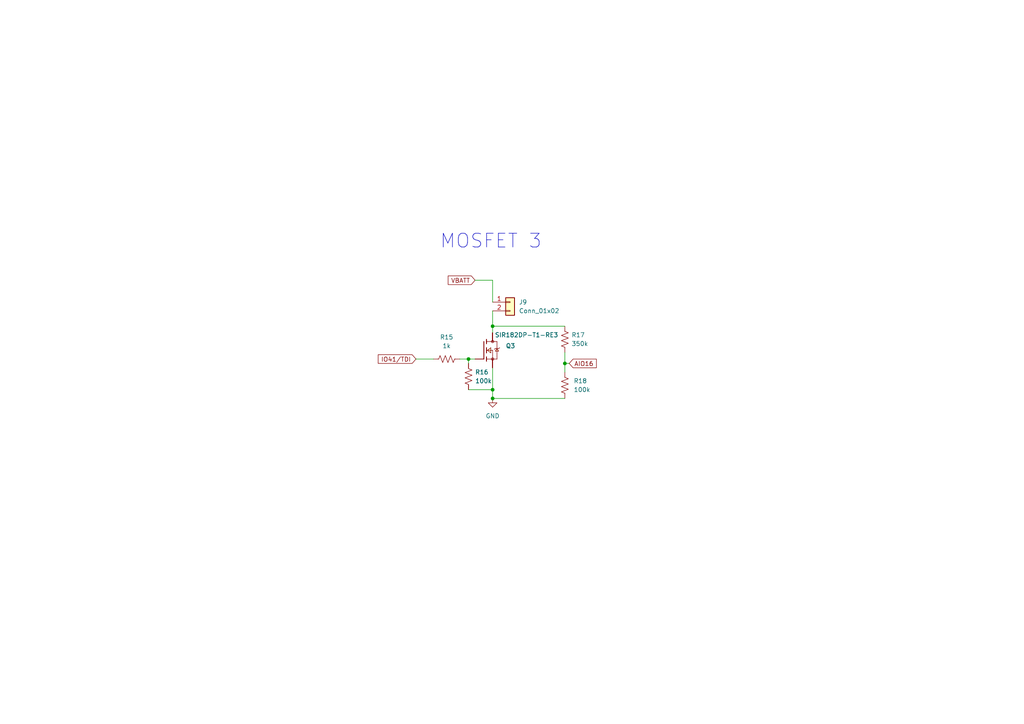
<source format=kicad_sch>
(kicad_sch (version 20211123) (generator eeschema)
  (paper "A4")
  (lib_symbols
    (symbol "Connector_Generic:Conn_01x02" (pin_names (offset 1.016) hide)
      (property "Reference" "J" (at 0 2.54 0))
      (property "Value" "Conn_01x02" (at 0 -5.08 0))
      (symbol "Conn_01x02_1_1"
        (rectangle (start -1.27 -2.413) (end 0 -2.667) (stroke (width 0.1524)))
        (rectangle (start -1.27 0.127) (end 0 -0.127) (stroke (width 0.1524)))
        (rectangle (start -1.27 1.27) (end 1.27 -3.81) (stroke (width 0.254)) (fill (type background)))
        (pin passive line (at -5.08 0 0) (length 3.81) (name "Pin_1") (number "1"))
        (pin passive line (at -5.08 -2.54 0) (length 3.81) (name "Pin_2") (number "2"))
      )
    )
    (symbol "Device:R_US" (pin_numbers hide) (pin_names (offset 0))
      (property "Reference" "R" (at 2.54 0 90))
      (property "Value" "R_US" (at -2.54 0 90))
      (symbol "R_US_0_1"
        (polyline (pts (xy 0 -2.286) (xy 0 -2.54)))
        (polyline (pts (xy 0 2.286) (xy 0 2.54)))
        (polyline (pts (xy 0 -0.762) (xy 1.016 -1.143) (xy 0 -1.524) (xy -1.016 -1.905) (xy 0 -2.286)))
        (polyline (pts (xy 0 0.762) (xy 1.016 0.381) (xy 0 0) (xy -1.016 -0.381) (xy 0 -0.762)))
        (polyline (pts (xy 0 2.286) (xy 1.016 1.905) (xy 0 1.524) (xy -1.016 1.143) (xy 0 0.762)))
      )
      (symbol "R_US_1_1"
        (pin passive line (at 0 3.81 270) (length 1.27) (name "~") (number "1"))
        (pin passive line (at 0 -3.81 90) (length 1.27) (name "~") (number "2"))
      )
    )
    (symbol "SIR182DP-T1-RE3:SIR182DP-T1-RE3" (pin_numbers hide) (pin_names (offset 1.016) hide)
      (property "Reference" "Q" (at -8.89 2.54 0))
      (property "Value" "SIR182DP-T1-RE3" (at 12.7 -3.81 0))
      (symbol "SIR182DP-T1-RE3_0_0"
        (polyline (pts (xy 0 2.54) (xy 0 -2.54)) (stroke (width 0.254)))
        (polyline (pts (xy 0.762 -2.54) (xy 0.762 -3.175)) (stroke (width 0.254)))
        (polyline (pts (xy 0.762 -1.905) (xy 0.762 -2.54)) (stroke (width 0.254)))
        (polyline (pts (xy 0.762 0) (xy 0.762 -0.762)) (stroke (width 0.254)))
        (polyline (pts (xy 0.762 0) (xy 2.54 0)) (stroke (width 0.1524)))
        (polyline (pts (xy 0.762 0.762) (xy 0.762 0)) (stroke (width 0.254)))
        (polyline (pts (xy 0.762 2.54) (xy 0.762 1.905)) (stroke (width 0.254)))
        (polyline (pts (xy 0.762 2.54) (xy 3.81 2.54)) (stroke (width 0.1524)))
        (polyline (pts (xy 0.762 3.175) (xy 0.762 2.54)) (stroke (width 0.254)))
        (polyline (pts (xy 2.54 -2.54) (xy 0.762 -2.54)) (stroke (width 0.1524)))
        (polyline (pts (xy 2.54 -2.54) (xy 3.81 -2.54)) (stroke (width 0.1524)))
        (polyline (pts (xy 2.54 0) (xy 2.54 -2.54)) (stroke (width 0.1524)))
        (polyline (pts (xy 3.302 0.508) (xy 3.048 0.254)) (stroke (width 0.1524)))
        (polyline (pts (xy 3.81 0.508) (xy 3.302 0.508)) (stroke (width 0.1524)))
        (polyline (pts (xy 3.81 0.508) (xy 3.81 -2.54)) (stroke (width 0.1524)))
        (polyline (pts (xy 3.81 2.54) (xy 3.81 0.508)) (stroke (width 0.1524)))
        (polyline (pts (xy 4.318 0.508) (xy 3.81 0.508)) (stroke (width 0.1524)))
        (polyline (pts (xy 4.572 0.762) (xy 4.318 0.508)) (stroke (width 0.1524)))
        (polyline (pts (xy 1.016 0) (xy 2.032 0.762) (xy 2.032 -0.762) (xy 1.016 0)) (stroke (width 0.1524)) (fill (type background)))
        (polyline (pts (xy 3.81 0.508) (xy 3.302 -0.254) (xy 4.318 -0.254) (xy 3.81 0.508)) (stroke (width 0.1524)) (fill (type background)))
        (circle (center 2.54 -2.54) (radius 0.3556))
        (circle (center 2.54 2.54) (radius 0.3556))
        (pin passive line (at 2.54 -5.08 90) (length 2.54) (name "~") (number "1"))
        (pin passive line (at 2.54 -5.08 90) (length 2.54) (name "~") (number "2"))
        (pin passive line (at 2.54 -5.08 90) (length 2.54) (name "~") (number "3"))
        (pin passive line (at -2.54 -2.54 0) (length 2.54) (name "~") (number "4"))
        (pin passive line (at 2.54 5.08 270) (length 2.54) (name "~") (number "5"))
        (pin passive line (at 2.54 5.08 270) (length 2.54) (name "~") (number "6"))
        (pin passive line (at 2.54 5.08 270) (length 2.54) (name "~") (number "7"))
        (pin passive line (at 2.54 5.08 270) (length 2.54) (name "~") (number "8"))
        (pin passive line (at 2.54 5.08 270) (length 2.54) (name "~") (number "9"))
      )
    )
    (symbol "power:GND" (power) (pin_names (offset 0))
      (property "Value" "GND" (at 0 -3.81 0))
      (symbol "GND_0_1"
        (polyline (pts (xy 0 0) (xy 0 -1.27) (xy 1.27 -1.27) (xy 0 -2.54) (xy -1.27 -1.27) (xy 0 -1.27)))
      )
      (symbol "GND_1_1"
        (pin power_in line (at 0 0 270) (length 0) hide (name "GND") (number "1"))
      )
    )
  )
  (junction (at 142.875 94.615))
  (junction (at 135.89 104.14))
  (junction (at 142.875 113.03))
  (junction (at 142.875 115.57))
  (junction (at 163.83 105.41))
  (wire (pts (xy 163.83 105.41) (xy 163.83 107.95)))
  (wire (pts (xy 142.875 94.615) (xy 163.83 94.615)))
  (wire (pts (xy 163.83 102.235) (xy 163.83 105.41)))
  (wire (pts (xy 135.89 104.14) (xy 137.795 104.14)))
  (wire (pts (xy 142.875 90.17) (xy 142.875 94.615)))
  (wire (pts (xy 142.875 94.615) (xy 142.875 96.52)))
  (wire (pts (xy 142.875 113.03) (xy 142.875 115.57)))
  (wire (pts (xy 135.89 104.14) (xy 135.89 105.41)))
  (wire (pts (xy 163.83 105.41) (xy 165.1 105.41)))
  (wire (pts (xy 163.83 115.57) (xy 142.875 115.57)))
  (wire (pts (xy 137.795 81.28) (xy 142.875 81.28)))
  (wire (pts (xy 133.35 104.14) (xy 135.89 104.14)))
  (wire (pts (xy 120.65 104.14) (xy 125.73 104.14)))
  (wire (pts (xy 142.875 81.28) (xy 142.875 87.63)))
  (wire (pts (xy 135.89 113.03) (xy 142.875 113.03)))
  (wire (pts (xy 142.875 106.68) (xy 142.875 113.03)))
  (text " MOSFET 3" (at 124.46 72.39 0) (effects (font (size 4 4)) (justify left bottom)))
  (global_label "AIO16" (shape input) (at 165.1 105.41 0) (property "Intersheet References" "${INTERSHEET_REFS}" (effects hide)))
  (global_label "VBATT" (shape input) (at 137.795 81.28 180) (property "Intersheet References" "${INTERSHEET_REFS}" (effects hide)))
  (global_label "IO41{slash}TDI" (shape input) (at 120.65 104.14 180) (property "Intersheet References" "${INTERSHEET_REFS}" (effects hide)))
  (symbol (lib_id "Connector_Generic:Conn_01x02") (at 147.955 87.63 0) (unit 1)
    (property "Reference" "J9" (at 150.495 87.6299 0) (effects (justify left)))
    (property "Value" "Conn_01x02" (at 150.495 90.1699 0) (effects (justify left)))
    (property "Footprint" "Global Footprints:OSTT7020150" (effects hide))
  )
  (symbol (lib_id "Device:R_US") (at 163.83 98.425 180) (unit 1)
    (property "Reference" "R17" (at 165.735 97.1549 0) (effects (justify right)))
    (property "Value" "350k" (at 165.735 99.6949 0) (effects (justify right)))
    (property "Footprint" "Resistor_SMD:R_0603_1608Metric" (effects hide))
  )
  (symbol (lib_id "Device:R_US") (at 135.89 109.22 180) (unit 1)
    (property "Reference" "R16" (at 137.795 107.9499 0) (effects (justify right)))
    (property "Value" "100k" (at 137.795 110.4899 0) (effects (justify right)))
    (property "Footprint" "Resistor_SMD:R_0603_1608Metric" (effects hide))
  )
  (symbol (lib_id "Device:R_US") (at 129.54 104.14 270) (unit 1)
    (property "Reference" "R15" (at 129.54 97.79 90))
    (property "Value" "1k" (at 129.54 100.33 90))
    (property "Footprint" "Resistor_SMD:R_0603_1608Metric" (effects hide))
  )
  (symbol (lib_id "SIR182DP-T1-RE3:SIR182DP-T1-RE3") (at 140.335 101.6 0) (unit 1)
    (property "Reference" "Q3" (at 146.685 100.3299 0) (effects (justify left)))
    (property "Value" "SIR182DP-T1-RE3" (at 143.51 97.155 0) (effects (justify left)))
    (property "Footprint" "Global Footprints:TRANS_SIR182DP-T1-RE3" (effects hide))
    (property "PARTREV" "B" (effects hide))
    (property "MF" "Vishay" (effects hide))
    (property "STANDARD" "Manufacturer Recommendations" (effects hide))
  )
  (symbol (lib_id "power:GND") (at 142.875 115.57 0) (unit 1)
    (property "Reference" "#PWR015" (effects hide))
    (property "Value" "GND" (at 142.875 120.65 0))
  )
  (symbol (lib_id "Device:R_US") (at 163.83 111.76 0) (unit 1)
    (property "Reference" "R18" (at 166.37 110.4899 0) (effects (justify left)))
    (property "Value" "100k" (at 166.37 113.0299 0) (effects (justify left)))
    (property "Footprint" "Resistor_SMD:R_0603_1608Metric" (effects hide))
  )
)
</source>
